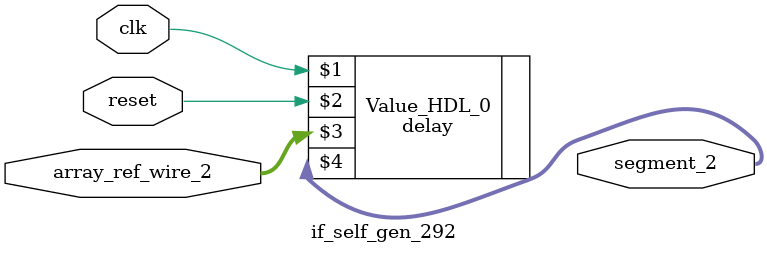
<source format=v>
module if_self_gen_292( input clk, input reset, input [31:0]array_ref_wire_2, output [31:0]segment_2); 
	wire [31:0]segment_2;
	//Proceed with segment_2 = array_ref_wire_2
	delay Value_HDL_0 ( clk, reset, array_ref_wire_2, segment_2);
endmodule
</source>
